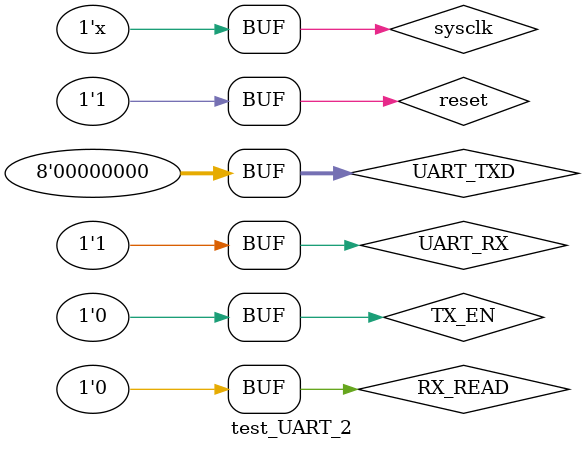
<source format=v>
`timescale 1ns / 1ps


module test_UART_2;

	// Inputs
	reg UART_RX;
	reg [7:0] UART_TXD;
	reg RX_READ;
	reg TX_EN;
	reg sysclk;
	reg reset;

	// Outputs
	wire UART_TX;
	wire [7:0] UART_RXD;
	wire RX_EFF;
	wire TX_STATUS;

	// Instantiate the Unit Under Test (UUT)
	UART uut (
		.UART_RX(UART_RX), 
		.UART_TX(UART_TX), 
		.UART_RXD(UART_RXD), 
		.UART_TXD(UART_TXD), 
		.RX_EFF(RX_EFF), 
		.RX_READ(RX_READ), 
		.TX_STATUS(TX_STATUS), 
		.TX_EN(TX_EN), 
		.sysclk(sysclk), 
		.reset(reset)
	);

	initial begin
		// Initialize Inputs
		UART_RX = 1;
		UART_TXD = 0;
		RX_READ = 0;
		TX_EN = 0;
		sysclk = 0;
		reset = 1;

		// Wait 100 ns for global reset to finish
		#1000000;
      reset = 0;
		// Add stimulus here
		
		#1000000;
      reset = 1;
        
		

	end
	
	always #5 sysclk = ~sysclk;
      
endmodule


</source>
